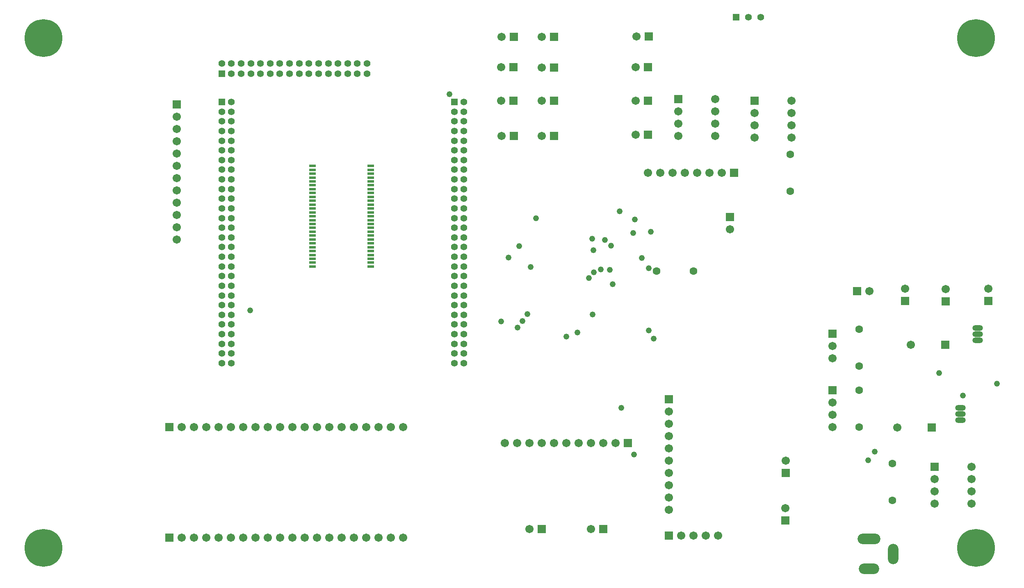
<source format=gbs>
G04*
G04 #@! TF.GenerationSoftware,Altium Limited,Altium Designer,18.1.6 (161)*
G04*
G04 Layer_Color=16711935*
%FSLAX25Y25*%
%MOIN*%
G70*
G01*
G75*
%ADD26C,0.06312*%
%ADD27C,0.06706*%
%ADD28R,0.06706X0.06706*%
%ADD29R,0.06706X0.06706*%
%ADD30C,0.05524*%
%ADD31R,0.05524X0.05524*%
%ADD32R,0.05524X0.05524*%
%ADD33C,0.06706*%
%ADD34O,0.08674X0.16548*%
%ADD35O,0.16548X0.08674*%
%ADD36O,0.18517X0.08674*%
%ADD37O,0.08674X0.04737*%
%ADD38O,0.08674X0.04737*%
%ADD39C,0.30800*%
%ADD40C,0.04800*%
%ADD61R,0.05800X0.02276*%
D26*
X876500Y414000D02*
D03*
Y444000D02*
D03*
X932500Y271500D02*
D03*
Y301500D02*
D03*
Y222000D02*
D03*
Y252000D02*
D03*
X768000Y349000D02*
D03*
X798000D02*
D03*
X959724Y162240D02*
D03*
Y192240D02*
D03*
D27*
X378000Y374500D02*
D03*
Y384500D02*
D03*
Y394500D02*
D03*
Y404500D02*
D03*
Y414500D02*
D03*
Y424500D02*
D03*
Y434500D02*
D03*
Y444500D02*
D03*
Y454500D02*
D03*
Y464500D02*
D03*
Y474500D02*
D03*
X827500Y383000D02*
D03*
X970000Y334500D02*
D03*
X1003106Y334063D02*
D03*
X1037500Y334500D02*
D03*
X941000Y332500D02*
D03*
X818000Y133500D02*
D03*
X808000D02*
D03*
X798000D02*
D03*
X788000D02*
D03*
X562000Y132000D02*
D03*
X552000D02*
D03*
X542000D02*
D03*
X532000D02*
D03*
X522000D02*
D03*
X512000D02*
D03*
X502000D02*
D03*
X492000D02*
D03*
X482000D02*
D03*
X472000D02*
D03*
X462000D02*
D03*
X452000D02*
D03*
X442000D02*
D03*
X432000D02*
D03*
X422000D02*
D03*
X412000D02*
D03*
X402000D02*
D03*
X392000D02*
D03*
X382000D02*
D03*
X562000Y222000D02*
D03*
X552000D02*
D03*
X542000D02*
D03*
X532000D02*
D03*
X522000D02*
D03*
X512000D02*
D03*
X502000D02*
D03*
X492000D02*
D03*
X482000D02*
D03*
X472000D02*
D03*
X462000D02*
D03*
X452000D02*
D03*
X442000D02*
D03*
X432000D02*
D03*
X422000D02*
D03*
X412000D02*
D03*
X402000D02*
D03*
X392000D02*
D03*
X382000D02*
D03*
X734500Y209000D02*
D03*
X724500D02*
D03*
X714500D02*
D03*
X704500D02*
D03*
X694500D02*
D03*
X684500D02*
D03*
X674500D02*
D03*
X664500D02*
D03*
X654500D02*
D03*
X644500D02*
D03*
X664500Y139000D02*
D03*
X714500D02*
D03*
X911000Y242000D02*
D03*
Y232000D02*
D03*
Y222000D02*
D03*
Y278000D02*
D03*
Y288000D02*
D03*
X821000Y429000D02*
D03*
X811000D02*
D03*
X801000D02*
D03*
X791000D02*
D03*
X781000D02*
D03*
X771000D02*
D03*
X761000D02*
D03*
X974524Y289000D02*
D03*
X963524Y221500D02*
D03*
X960185Y114465D02*
D03*
Y122339D02*
D03*
X936563Y106591D02*
D03*
X944437D02*
D03*
X994000Y179500D02*
D03*
Y169500D02*
D03*
Y159500D02*
D03*
X1024000Y189500D02*
D03*
Y179500D02*
D03*
Y169500D02*
D03*
Y159500D02*
D03*
X873000Y194500D02*
D03*
X872500Y156000D02*
D03*
X751000Y515000D02*
D03*
X751500Y540000D02*
D03*
X674500Y459000D02*
D03*
X778000Y234500D02*
D03*
Y214500D02*
D03*
Y204500D02*
D03*
Y194500D02*
D03*
Y184500D02*
D03*
Y174500D02*
D03*
Y164500D02*
D03*
Y154500D02*
D03*
Y224500D02*
D03*
X674500Y487500D02*
D03*
Y514500D02*
D03*
Y539500D02*
D03*
X751000Y460000D02*
D03*
Y487500D02*
D03*
X641500D02*
D03*
Y515000D02*
D03*
X642000Y459000D02*
D03*
Y539500D02*
D03*
X877500Y457500D02*
D03*
Y467500D02*
D03*
Y477500D02*
D03*
Y487500D02*
D03*
X847500Y457500D02*
D03*
Y467500D02*
D03*
Y477500D02*
D03*
X815500Y459000D02*
D03*
Y469000D02*
D03*
Y479000D02*
D03*
Y489000D02*
D03*
X785500Y459000D02*
D03*
Y469000D02*
D03*
Y479000D02*
D03*
D28*
X378000Y484500D02*
D03*
X827500Y393000D02*
D03*
X970000Y324500D02*
D03*
X1003106Y324063D02*
D03*
X1037500Y324500D02*
D03*
X911000Y252000D02*
D03*
Y298000D02*
D03*
X873000Y184500D02*
D03*
X872500Y146000D02*
D03*
X778000Y244500D02*
D03*
D29*
X931000Y332500D02*
D03*
X778000Y133500D02*
D03*
X372000Y132000D02*
D03*
Y222000D02*
D03*
X744500Y209000D02*
D03*
X674500Y139000D02*
D03*
X724500D02*
D03*
X831000Y429000D02*
D03*
X1002476Y289000D02*
D03*
X991476Y221500D02*
D03*
X994000Y189500D02*
D03*
X761000Y515000D02*
D03*
X761500Y540000D02*
D03*
X684500Y459000D02*
D03*
Y487500D02*
D03*
Y514500D02*
D03*
Y539500D02*
D03*
X761000Y460000D02*
D03*
Y487500D02*
D03*
X651500D02*
D03*
Y515000D02*
D03*
X652000Y459000D02*
D03*
Y539500D02*
D03*
X847500Y487500D02*
D03*
X785500Y489000D02*
D03*
D30*
X611374Y384134D02*
D03*
X603500D02*
D03*
X611374Y392008D02*
D03*
X603500D02*
D03*
X611374Y399882D02*
D03*
X603500D02*
D03*
X611374Y407756D02*
D03*
X603500D02*
D03*
X611374Y415630D02*
D03*
X603500D02*
D03*
X611374Y423504D02*
D03*
X603500D02*
D03*
X611374Y431378D02*
D03*
X603500D02*
D03*
X611374Y439252D02*
D03*
X603500D02*
D03*
X611374Y447126D02*
D03*
X603500D02*
D03*
X611374Y455000D02*
D03*
X603500D02*
D03*
X611374Y462874D02*
D03*
X603500D02*
D03*
X611374Y470748D02*
D03*
X603500D02*
D03*
X611374Y478622D02*
D03*
X603500D02*
D03*
X611374Y486496D02*
D03*
X603500Y376260D02*
D03*
X611374D02*
D03*
X603500Y368386D02*
D03*
X611374D02*
D03*
Y281772D02*
D03*
X603500D02*
D03*
Y360512D02*
D03*
X611374D02*
D03*
X603500Y352638D02*
D03*
X611374D02*
D03*
X603500Y344764D02*
D03*
X611374D02*
D03*
X603500Y336890D02*
D03*
X611374D02*
D03*
X603500Y329016D02*
D03*
X611374D02*
D03*
X603500Y321142D02*
D03*
X611374D02*
D03*
X603500Y313268D02*
D03*
X611374D02*
D03*
X603500Y305394D02*
D03*
X611374D02*
D03*
X603500Y297520D02*
D03*
X611374D02*
D03*
X603500Y289646D02*
D03*
X611374D02*
D03*
X422398D02*
D03*
X414524D02*
D03*
X422398Y297520D02*
D03*
X414524D02*
D03*
X422398Y305394D02*
D03*
X414524D02*
D03*
X422398Y313268D02*
D03*
X414524D02*
D03*
X422398Y321142D02*
D03*
X414524D02*
D03*
X422398Y329016D02*
D03*
X414524D02*
D03*
X422398Y336890D02*
D03*
X414524D02*
D03*
X422398Y344764D02*
D03*
X414524D02*
D03*
X422398Y352638D02*
D03*
X414524D02*
D03*
X422398Y360512D02*
D03*
X414524D02*
D03*
Y281772D02*
D03*
X422398D02*
D03*
Y368386D02*
D03*
X414524D02*
D03*
X422398Y376260D02*
D03*
X414524D02*
D03*
X422398Y486496D02*
D03*
X414524Y478622D02*
D03*
X422398D02*
D03*
X414524Y470748D02*
D03*
X422398D02*
D03*
X414524Y462874D02*
D03*
X422398D02*
D03*
X414524Y455000D02*
D03*
X422398D02*
D03*
X414524Y447126D02*
D03*
X422398D02*
D03*
X414524Y439252D02*
D03*
X422398D02*
D03*
X414524Y431378D02*
D03*
X422398D02*
D03*
X414524Y423504D02*
D03*
X422398D02*
D03*
X414524Y415630D02*
D03*
X422398D02*
D03*
X414524Y407756D02*
D03*
X422398D02*
D03*
X414524Y399882D02*
D03*
X422398D02*
D03*
X414524Y392008D02*
D03*
X422398D02*
D03*
X414524Y384134D02*
D03*
X422398D02*
D03*
X532634Y517992D02*
D03*
Y509496D02*
D03*
X524760Y517992D02*
D03*
Y509496D02*
D03*
X516886Y517992D02*
D03*
Y509496D02*
D03*
X509012Y517992D02*
D03*
Y509496D02*
D03*
X501138Y517992D02*
D03*
Y509496D02*
D03*
X493264Y517992D02*
D03*
Y509496D02*
D03*
X485390Y517992D02*
D03*
Y509496D02*
D03*
X477516Y517992D02*
D03*
Y509496D02*
D03*
X469642Y517992D02*
D03*
Y509496D02*
D03*
X461768Y517992D02*
D03*
Y509496D02*
D03*
X453894Y517992D02*
D03*
Y509496D02*
D03*
X446020Y517992D02*
D03*
Y509496D02*
D03*
X438146Y517992D02*
D03*
Y509496D02*
D03*
X430272Y517992D02*
D03*
Y509496D02*
D03*
X422398Y517992D02*
D03*
Y509496D02*
D03*
X414524Y517992D02*
D03*
X603500Y273898D02*
D03*
X611374D02*
D03*
X422398D02*
D03*
X414524D02*
D03*
X852500Y555500D02*
D03*
X842500D02*
D03*
D31*
X603500Y486496D02*
D03*
X414524D02*
D03*
D32*
Y509496D02*
D03*
X832500Y555500D02*
D03*
D33*
X945421Y131000D02*
D03*
X935579D02*
D03*
D34*
X960185Y118402D02*
D03*
D35*
X940500Y106591D02*
D03*
D36*
Y131000D02*
D03*
D37*
X1029000Y302500D02*
D03*
Y297500D02*
D03*
Y292500D02*
D03*
X1015000Y237500D02*
D03*
Y227500D02*
D03*
D38*
Y232500D02*
D03*
D39*
X269500Y538500D02*
D03*
Y123500D02*
D03*
X1027500D02*
D03*
Y538500D02*
D03*
D40*
X765500Y294000D02*
D03*
X761468Y300500D02*
D03*
X663000Y313688D02*
D03*
X659000Y308188D02*
D03*
X655000Y302688D02*
D03*
X437500Y317000D02*
D03*
X599700Y493000D02*
D03*
X641500Y308000D02*
D03*
X732153Y338252D02*
D03*
X730000Y350000D02*
D03*
X722500Y350063D02*
D03*
X713000Y343300D02*
D03*
X717085Y347752D02*
D03*
X665500Y352031D02*
D03*
X670000Y392008D02*
D03*
X749000Y379900D02*
D03*
X731000Y369500D02*
D03*
X716000Y313608D02*
D03*
X703500Y299000D02*
D03*
X694752Y295500D02*
D03*
X749500Y199500D02*
D03*
X945224Y201803D02*
D03*
X1017000Y247500D02*
D03*
X997500Y266000D02*
D03*
X715500Y375200D02*
D03*
X737900Y397600D02*
D03*
X750300Y390900D02*
D03*
X725900Y374300D02*
D03*
X763300Y380700D02*
D03*
X716589Y365811D02*
D03*
X656300Y369200D02*
D03*
X647700Y360000D02*
D03*
X761468Y351237D02*
D03*
X756000Y359400D02*
D03*
X940000Y194900D02*
D03*
X739200Y237600D02*
D03*
X1044500Y257300D02*
D03*
D61*
X488378Y434445D02*
D03*
Y431295D02*
D03*
Y428146D02*
D03*
Y424996D02*
D03*
Y421846D02*
D03*
Y418697D02*
D03*
Y415547D02*
D03*
Y412398D02*
D03*
Y409248D02*
D03*
Y406098D02*
D03*
Y402949D02*
D03*
Y399799D02*
D03*
Y396650D02*
D03*
Y393500D02*
D03*
Y390350D02*
D03*
Y387201D02*
D03*
Y384051D02*
D03*
Y380902D02*
D03*
Y377752D02*
D03*
Y374602D02*
D03*
Y371453D02*
D03*
Y368303D02*
D03*
Y365154D02*
D03*
Y362004D02*
D03*
Y358854D02*
D03*
Y355705D02*
D03*
Y352555D02*
D03*
X535622D02*
D03*
Y355705D02*
D03*
Y358854D02*
D03*
Y362004D02*
D03*
Y365154D02*
D03*
Y368303D02*
D03*
Y371453D02*
D03*
Y374602D02*
D03*
Y377752D02*
D03*
Y380902D02*
D03*
Y384051D02*
D03*
Y387201D02*
D03*
Y390350D02*
D03*
Y393500D02*
D03*
Y396650D02*
D03*
Y399799D02*
D03*
Y402949D02*
D03*
Y406098D02*
D03*
Y409248D02*
D03*
Y412398D02*
D03*
Y415547D02*
D03*
Y418697D02*
D03*
Y421846D02*
D03*
Y424996D02*
D03*
Y428146D02*
D03*
Y431295D02*
D03*
Y434445D02*
D03*
M02*

</source>
